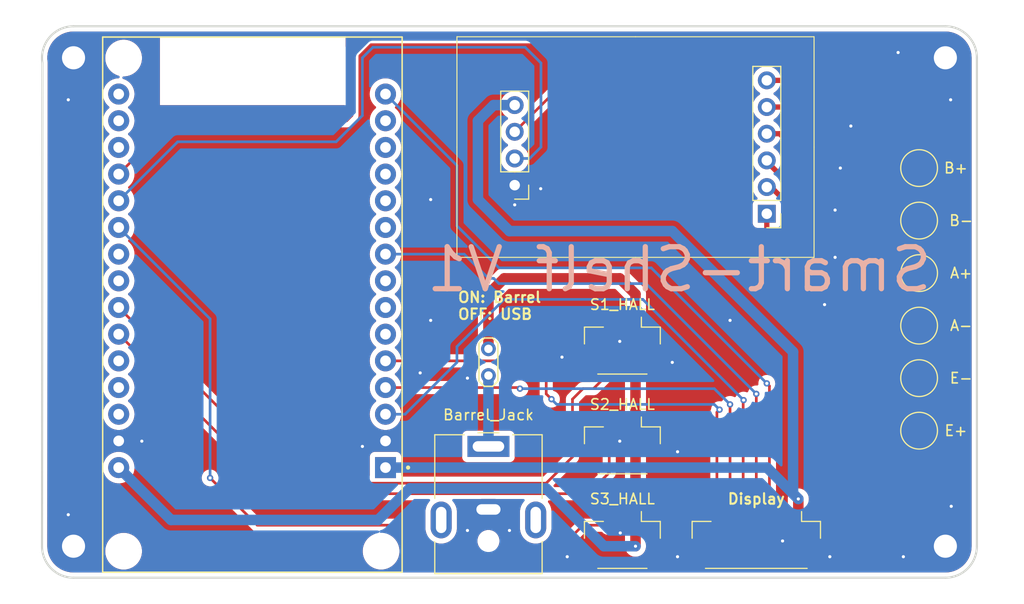
<source format=kicad_pcb>
(kicad_pcb (version 20240108) (generator "pcbnew") (generator_version "8.0")
  (layers (0 "F.Cu" signal) (31 "B.Cu" signal) (34 "B.Paste" user) (35 "F.Paste" user) (36 "B.SilkS" user "B.Silkscreen") (37 "F.SilkS" user "F.Silkscreen") (38 "B.Mask" user) (39 "F.Mask" user) (44 "Edge.Cuts" user))
  (net 0 "")
  (net 1 "GND")
  (net 2 "Net-(U1-E+)")
  (net 3 "Net-(U1-E-)")
  (net 4 "Net-(U1-A-)")
  (net 5 "Net-(U1-A+)")
  (net 6 "Net-(U1-B+)")
  (net 7 "Net-(U1-B-)")
  (net 8 "+5V")
  (net 9 "/OLED_RST")
  (net 10 "/OLED_DIN{slash}SDA")
  (net 12 "/OLED_CS")
  (net 13 "Net-(JP1-A)")
  (net 14 "+3V3")
  (net 21 "Net-(U1-DT)")
  (net 25 "Net-(U1-SCK)")
  (net 32 "/S1_HALL")
  (net 33 "/S2_HALL")
  (net 34 "/S3_HALL")
  (net 35 "/OLED_DC")
  (net 36 "/OLED_CLK")
  (footprint "TestPoint:TestPoint_Pad_D3.0mm" (layer "F.Cu") (at 157.5 39.5)
    (property "Reference" "H9" (hide yes))
    (property "Value" "B+" (at 3.5 0 0) (layer "F.SilkS"))
    (fp_circle (center 0 0) (end 0 1.75) (stroke (width 0.12)) (fill none) (layer "F.SilkS"))
    (pad "1" smd circle (at 0 0) (size 3 3) (layers "F.Cu" "F.Mask") (net 6 "Net-(U1-B+)"))
  )
  (footprint "TestPoint:TestPoint_Pad_D3.0mm" (layer "F.Cu") (at 157.5 64.5)
    (property "Reference" "H5" (hide yes))
    (property "Value" "E+" (at 3.5 0 0) (layer "F.SilkS"))
    (fp_circle (center 0 0) (end 0 1.75) (stroke (width 0.12)) (fill none) (layer "F.SilkS"))
    (pad "1" smd circle (at 0 0) (size 3 3) (layers "F.Cu" "F.Mask") (net 2 "Net-(U1-E+)"))
  )
  (footprint "TestPoint:TestPoint_Pad_D3.0mm" (layer "F.Cu") (at 157.5 54.5)
    (property "Reference" "H7" (hide yes))
    (property "Value" "A-" (at 4 0 0) (layer "F.SilkS"))
    (fp_circle (center 0 0) (end 0 1.75) (stroke (width 0.12)) (fill none) (layer "F.SilkS"))
    (pad "1" smd circle (at 0 0) (size 3 3) (layers "F.Cu" "F.Mask") (net 4 "Net-(U1-A-)"))
  )
  (footprint "MountingHole:MountingHole_2.2mm_M2_DIN965_Pad" (layer "F.Cu") (at 160 75.5)
    (property "Reference" "H4" (hide yes))
    (property "Value" "MountingHole_Pad" (hide yes))
    (pad "1" thru_hole circle (at 0 0) (size 3.8 3.8) (drill 2.2) (layers "*.Cu" "*.Mask") (net 1 "GND"))
  )
  (footprint "TestPoint:TestPoint_Pad_D3.0mm" (layer "F.Cu") (at 157.5 44.5)
    (property "Reference" "H10" (hide yes))
    (property "Value" "B-" (at 4 0 0) (layer "F.SilkS"))
    (fp_circle (center 0 0) (end 0 1.75) (stroke (width 0.12)) (fill none) (layer "F.SilkS"))
    (pad "1" smd circle (at 0 0) (size 3 3) (layers "F.Cu" "F.Mask") (net 7 "Net-(U1-B-)"))
  )
  (footprint "TestPoint:TestPoint_Pad_D3.0mm" (layer "F.Cu") (at 157.5 49.5)
    (property "Reference" "H8" (hide yes))
    (property "Value" "A+" (at 4 0 0) (layer "F.SilkS"))
    (fp_circle (center 0 0) (end 0 1.75) (stroke (width 0.12)) (fill none) (layer "F.SilkS"))
    (pad "1" smd circle (at 0 0) (size 3 3) (layers "F.Cu" "F.Mask") (net 5 "Net-(U1-A+)"))
  )
  (footprint "Connector_JST:JST_GH_BM03B-GHS-TBT_1x03-1MP_P1.25mm_Vertical" (layer "F.Cu") (at 129.25 66 180)
    (property "Reference" "J5" (hide yes))
    (property "Value" "S2_HALL" (at 0 4 0) (layer "F.SilkS"))
    (fp_line (start 3.61 1.86) (end 1.81 1.86) (stroke (width 0.12)) (layer "F.SilkS"))
    (fp_line (start 3.61 0.26) (end 3.61 1.86) (stroke (width 0.12)) (layer "F.SilkS"))
    (fp_line (start -1.81 1.86) (end -1.81 2.8) (stroke (width 0.12)) (layer "F.SilkS"))
    (fp_line (start -2.34 -2.61) (end 2.34 -2.61) (stroke (width 0.12)) (layer "F.SilkS"))
    (fp_line (start -3.61 1.86) (end -1.81 1.86) (stroke (width 0.12)) (layer "F.SilkS"))
    (fp_line (start -3.61 0.26) (end -3.61 1.86) (stroke (width 0.12)) (layer "F.SilkS"))
    (pad "1" smd roundrect (at -1.25 1.95 180) (size 0.6 1.7) (layers "F.Cu" "F.Paste" "F.Mask") (net 8 "+5V"))
    (pad "2" smd roundrect (at 0 1.95 180) (size 0.6 1.7) (layers "F.Cu" "F.Paste" "F.Mask") (net 1 "GND"))
    (pad "3" smd roundrect (at 1.25 1.95 180) (size 0.6 1.7) (layers "F.Cu" "F.Paste" "F.Mask") (net 33 "/S2_HALL"))
    (pad "MP" smd roundrect (at -3.1 -1.4 180) (size 1 2.8) (layers "F.Cu" "F.Paste" "F.Mask") (net 1 "GND"))
    (pad "MP" smd roundrect (at 3.1 -1.4 180) (size 1 2.8) (layers "F.Cu" "F.Paste" "F.Mask") (net 1 "GND"))
  )
  (footprint "Connector_BarrelJack:BarrelJack_CUI_PJ-063AH_Horizontal" (layer "F.Cu") (at 116.5 66)
    (property "Reference" "J3" (hide yes))
    (property "Value" "Barrel_Jack" (at 0 -3 0) (layer "F.SilkS"))
    (fp_line (start -5.11 -1.11) (end -2.3 -1.11) (stroke (width 0.12)) (layer "F.SilkS"))
    (fp_line (start -5.11 4.95) (end -5.11 -1.11) (stroke (width 0.12)) (layer "F.SilkS"))
    (fp_line (start -5.11 12.11) (end -5.11 9.05) (stroke (width 0.12)) (layer "F.SilkS"))
    (fp_line (start -1 -1.3) (end 1 -1.3) (stroke (width 0.12)) (layer "F.SilkS"))
    (fp_line (start 2.3 -1.11) (end 5.11 -1.11) (stroke (width 0.12)) (layer "F.SilkS"))
    (fp_line (start 5.11 -1.11) (end 5.11 4.95) (stroke (width 0.12)) (layer "F.SilkS"))
    (fp_line (start 5.11 9.05) (end 5.11 12.11) (stroke (width 0.12)) (layer "F.SilkS"))
    (fp_line (start 5.11 12.11) (end -5.11 12.11) (stroke (width 0.12)) (layer "F.SilkS"))
    (pad "" np_thru_hole circle (at 0 9) (size 1.6 1.6) (drill 1.6) (layers "*.Cu" "*.Mask"))
    (pad "1" thru_hole rect (at 0 0) (size 4 2) (drill oval 3 1) (layers "*.Cu" "*.Mask") (net 13 "Net-(JP1-A)"))
    (pad "2" thru_hole oval (at 0 6) (size 3.3 2) (drill oval 2.3 1) (layers "*.Cu" "*.Mask") (net 1 "GND"))
    (pad "MP" thru_hole oval (at -4.5 7) (size 2 3.5) (drill oval 1 2.5) (layers "*.Cu" "*.Mask"))
    (pad "MP" thru_hole oval (at 4.5 7) (size 2 3.5) (drill oval 1 2.5) (layers "*.Cu" "*.Mask"))
  )
  (footprint "Connector_JST:JST_GH_BM03B-GHS-TBT_1x03-1MP_P1.25mm_Vertical" (layer "F.Cu") (at 129.25 56.5 180)
    (property "Reference" "J4" (hide yes))
    (property "Value" "S1_HALL" (at 0 4 0) (layer "F.SilkS"))
    (fp_line (start 3.61 1.86) (end 1.81 1.86) (stroke (width 0.12)) (layer "F.SilkS"))
    (fp_line (start 3.61 0.26) (end 3.61 1.86) (stroke (width 0.12)) (layer "F.SilkS"))
    (fp_line (start -1.81 1.86) (end -1.81 2.8) (stroke (width 0.12)) (layer "F.SilkS"))
    (fp_line (start -2.34 -2.61) (end 2.34 -2.61) (stroke (width 0.12)) (layer "F.SilkS"))
    (fp_line (start -3.61 1.86) (end -1.81 1.86) (stroke (width 0.12)) (layer "F.SilkS"))
    (fp_line (start -3.61 0.26) (end -3.61 1.86) (stroke (width 0.12)) (layer "F.SilkS"))
    (pad "1" smd roundrect (at -1.25 1.95 180) (size 0.6 1.7) (layers "F.Cu" "F.Paste" "F.Mask") (net 8 "+5V"))
    (pad "2" smd roundrect (at 0 1.95 180) (size 0.6 1.7) (layers "F.Cu" "F.Paste" "F.Mask") (net 1 "GND"))
    (pad "3" smd roundrect (at 1.25 1.95 180) (size 0.6 1.7) (layers "F.Cu" "F.Paste" "F.Mask") (net 32 "/S1_HALL"))
    (pad "MP" smd roundrect (at -3.1 -1.4 180) (size 1 2.8) (layers "F.Cu" "F.Paste" "F.Mask") (net 1 "GND"))
    (pad "MP" smd roundrect (at 3.1 -1.4 180) (size 1 2.8) (layers "F.Cu" "F.Paste" "F.Mask") (net 1 "GND"))
  )
  (footprint "TestPoint:TestPoint_2Pads_Pitch2.54mm_Drill0.8mm" (layer "F.Cu") (at 116.5 59.25 90)
    (property "Reference" "JP1" (hide yes))
    (property "Value" "PWR_SEL" (hide yes))
    (fp_line (start 3.07 -0.9) (end 3.57 -0.4) (stroke (width 0.15)) (layer "F.SilkS"))
    (fp_line (start -0.53 -0.9) (end 3.07 -0.9) (stroke (width 0.15)) (layer "F.SilkS"))
    (fp_line (start 3.57 -0.4) (end 3.57 0.4) (stroke (width 0.15)) (layer "F.SilkS"))
    (fp_line (start -1.03 -0.4) (end -0.53 -0.9) (stroke (width 0.15)) (layer "F.SilkS"))
    (fp_line (start 3.57 0.4) (end 3.07 0.9) (stroke (width 0.15)) (layer "F.SilkS"))
    (fp_line (start -1.03 0.4) (end -1.03 -0.4) (stroke (width 0.15)) (layer "F.SilkS"))
    (fp_line (start 3.07 0.9) (end -0.53 0.9) (stroke (width 0.15)) (layer "F.SilkS"))
    (fp_line (start -0.53 0.9) (end -1.03 0.4) (stroke (width 0.15)) (layer "F.SilkS"))
    (pad "1" thru_hole circle (at 0 0 90) (size 1.4 1.4) (drill 0.8) (layers "*.Cu" "*.Mask") (net 13 "Net-(JP1-A)"))
    (pad "2" thru_hole circle (at 2.54 0 90) (size 1.4 1.4) (drill 0.8) (layers "*.Cu" "*.Mask") (net 8 "+5V"))
  )
  (footprint "MountingHole:MountingHole_2.2mm_M2_DIN965_Pad" (layer "F.Cu") (at 77 29)
    (property "Reference" "H2" (hide yes))
    (property "Value" "MountingHole_Pad" (hide yes))
    (pad "1" thru_hole circle (at 0 0) (size 3.8 3.8) (drill 2.2) (layers "*.Cu" "*.Mask") (net 1 "GND"))
  )
  (footprint "Connector_JST:JST_GH_BM07B-GHS-TBT_1x07-1MP_P1.25mm_Vertical" (layer "F.Cu") (at 142 75 180)
    (property "Reference" "J1" (hide yes))
    (property "Value" "Display" (at 0 4 180) (layer "F.SilkS") (effects (font (thickness 0.2) (bold yes))))
    (fp_line (start 6.11 1.86) (end 4.31 1.86) (stroke (width 0.12)) (layer "F.SilkS"))
    (fp_line (start 6.11 0.26) (end 6.11 1.86) (stroke (width 0.12)) (layer "F.SilkS"))
    (fp_line (start -4.31 1.86) (end -4.31 2.8) (stroke (width 0.12)) (layer "F.SilkS"))
    (fp_line (start -4.84 -2.61) (end 4.84 -2.61) (stroke (width 0.12)) (layer "F.SilkS"))
    (fp_line (start -6.11 1.86) (end -4.31 1.86) (stroke (width 0.12)) (layer "F.SilkS"))
    (fp_line (start -6.11 0.26) (end -6.11 1.86) (stroke (width 0.12)) (layer "F.SilkS"))
    (pad "1" smd roundrect (at -3.75 1.95 180) (size 0.6 1.7) (layers "F.Cu" "F.Paste" "F.Mask") (net 14 "+3V3"))
    (pad "2" smd roundrect (at -2.5 1.95 180) (size 0.6 1.7) (layers "F.Cu" "F.Paste" "F.Mask") (net 1 "GND"))
    (pad "3" smd roundrect (at -1.25 1.95 180) (size 0.6 1.7) (layers "F.Cu" "F.Paste" "F.Mask") (net 10 "/OLED_DIN{slash}SDA"))
    (pad "4" smd roundrect (at 0 1.95 180) (size 0.6 1.7) (layers "F.Cu" "F.Paste" "F.Mask") (net 36 "/OLED_CLK"))
    (pad "5" smd roundrect (at 1.25 1.95 180) (size 0.6 1.7) (layers "F.Cu" "F.Paste" "F.Mask") (net 12 "/OLED_CS"))
    (pad "6" smd roundrect (at 2.5 1.95 180) (size 0.6 1.7) (layers "F.Cu" "F.Paste" "F.Mask") (net 35 "/OLED_DC"))
    (pad "7" smd roundrect (at 3.75 1.95 180) (size 0.6 1.7) (layers "F.Cu" "F.Paste" "F.Mask") (net 9 "/OLED_RST"))
    (pad "MP" smd roundrect (at -5.6 -1.4 180) (size 1 2.8) (layers "F.Cu" "F.Paste" "F.Mask") (net 1 "GND"))
    (pad "MP" smd roundrect (at 5.6 -1.4 180) (size 1 2.8) (layers "F.Cu" "F.Paste" "F.Mask") (net 1 "GND"))
  )
  (footprint "Connector_JST:JST_GH_BM03B-GHS-TBT_1x03-1MP_P1.25mm_Vertical" (layer "F.Cu") (at 129.25 75 180)
    (property "Reference" "J6" (hide yes))
    (property "Value" "S3_HALL" (at 0 4 0) (layer "F.SilkS"))
    (fp_line (start 3.61 1.86) (end 1.81 1.86) (stroke (width 0.12)) (layer "F.SilkS"))
    (fp_line (start 3.61 0.26) (end 3.61 1.86) (stroke (width 0.12)) (layer "F.SilkS"))
    (fp_line (start -1.81 1.86) (end -1.81 2.8) (stroke (width 0.12)) (layer "F.SilkS"))
    (fp_line (start -2.34 -2.61) (end 2.34 -2.61) (stroke (width 0.12)) (layer "F.SilkS"))
    (fp_line (start -3.61 1.86) (end -1.81 1.86) (stroke (width 0.12)) (layer "F.SilkS"))
    (fp_line (start -3.61 0.26) (end -3.61 1.86) (stroke (width 0.12)) (layer "F.SilkS"))
    (pad "1" smd roundrect (at -1.25 1.95 180) (size 0.6 1.7) (layers "F.Cu" "F.Paste" "F.Mask") (net 8 "+5V"))
    (pad "2" smd roundrect (at 0 1.95 180) (size 0.6 1.7) (layers "F.Cu" "F.Paste" "F.Mask") (net 1 "GND"))
    (pad "3" smd roundrect (at 1.25 1.95 180) (size 0.6 1.7) (layers "F.Cu" "F.Paste" "F.Mask") (net 34 "/S3_HALL"))
    (pad "MP" smd roundrect (at -3.1 -1.4 180) (size 1 2.8) (layers "F.Cu" "F.Paste" "F.Mask") (net 1 "GND"))
    (pad "MP" smd roundrect (at 3.1 -1.4 180) (size 1 2.8) (layers "F.Cu" "F.Paste" "F.Mask") (net 1 "GND"))
  )
  (footprint "MountingHole:MountingHole_2.2mm_M2_DIN965_Pad" (layer "F.Cu") (at 160 29)
    (property "Reference" "H3" (hide yes))
    (property "Value" "MountingHole_Pad" (hide yes))
    (pad "1" thru_hole circle (at 0 0) (size 3.8 3.8) (drill 2.2) (layers "*.Cu" "*.Mask") (net 1 "GND"))
  )
  (footprint "TestPoint:TestPoint_Pad_D3.0mm" (layer "F.Cu") (at 157.5 59.5)
    (property "Reference" "H6" (hide yes))
    (property "Value" "E-" (at 4 0 0) (layer "F.SilkS"))
    (fp_circle (center 0 0) (end 0 1.75) (stroke (width 0.12)) (fill none) (layer "F.SilkS"))
    (pad "1" smd circle (at 0 0) (size 3 3) (layers "F.Cu" "F.Mask") (net 3 "Net-(U1-E-)"))
  )
  (footprint "MountingHole:MountingHole_2.2mm_M2_DIN965_Pad" (layer "F.Cu") (at 77 75.5)
    (property "Reference" "H1" (hide yes))
    (property "Value" "MountingHole_Pad" (hide yes))
    (pad "1" thru_hole circle (at 0 0) (size 3.8 3.8) (drill 2.2) (layers "*.Cu" "*.Mask") (net 1 "GND"))
  )
  (footprint "Footprint:HX711Dev" (layer "F.Cu") (at 130.5 37.5)
    (property "Reference" "U1" (hide yes))
    (property "Value" "~" (hide yes))
    (fp_line (start -17 -10.5) (end -17 0) (stroke (width 0.1)) (layer "F.SilkS"))
    (fp_line (start -17 10.5) (end -17 0) (stroke (width 0.1)) (layer "F.SilkS"))
    (fp_line (start -12.83 2.3575) (end -12.83 -5.3225) (stroke (width 0.12)) (layer "F.SilkS"))
    (fp_line (start -10.17 -5.3225) (end -12.83 -5.3225) (stroke (width 0.12)) (layer "F.SilkS"))
    (fp_line (start -10.17 2.3575) (end -12.83 2.3575) (stroke (width 0.12)) (layer "F.SilkS"))
    (fp_line (start -10.17 2.3575) (end -10.17 -5.3225) (stroke (width 0.12)) (layer "F.SilkS"))
    (fp_line (start -10.17 3.6275) (end -10.17 4.9575) (stroke (width 0.12)) (layer "F.SilkS"))
    (fp_line (start -10.17 4.9575) (end -11.5 4.9575) (stroke (width 0.12)) (layer "F.SilkS"))
    (fp_line (start 0 -10.5) (end -17 -10.5) (stroke (width 0.1)) (layer "F.SilkS"))
    (fp_line (start 0 -10.5) (end 17 -10.5) (stroke (width 0.1)) (layer "F.SilkS"))
    (fp_line (start 0 10.5) (end -17 10.5) (stroke (width 0.1)) (layer "F.SilkS"))
    (fp_line (start 11.17 5.08) (end 11.17 -7.68) (stroke (width 0.12)) (layer "F.SilkS"))
    (fp_line (start 13.83 -7.68) (end 11.17 -7.68) (stroke (width 0.12)) (layer "F.SilkS"))
    (fp_line (start 13.83 5.08) (end 11.17 5.08) (stroke (width 0.12)) (layer "F.SilkS"))
    (fp_line (start 13.83 5.08) (end 13.83 -7.68) (stroke (width 0.12)) (layer "F.SilkS"))
    (fp_line (start 13.83 6.35) (end 13.83 7.68) (stroke (width 0.12)) (layer "F.SilkS"))
    (fp_line (start 13.83 7.68) (end 12.5 7.68) (stroke (width 0.12)) (layer "F.SilkS"))
    (fp_line (start 17 -10.5) (end 17 0) (stroke (width 0.1)) (layer "F.SilkS"))
    (fp_line (start 17 0) (end 17 10.5) (stroke (width 0.1)) (layer "F.SilkS"))
    (fp_line (start 17 10.5) (end 0 10.5) (stroke (width 0.1)) (layer "F.SilkS"))
    (pad "1" thru_hole rect (at 12.5 6.35 180) (size 1.7 1.7) (drill 1) (layers "*.Cu" "*.Mask") (net 2 "Net-(U1-E+)"))
    (pad "2" thru_hole oval (at 12.5 3.81 180) (size 1.7 1.7) (drill 1) (layers "*.Cu" "*.Mask") (net 3 "Net-(U1-E-)"))
    (pad "3" thru_hole oval (at 12.5 1.27 180) (size 1.7 1.7) (drill 1) (layers "*.Cu" "*.Mask") (net 4 "Net-(U1-A-)"))
    (pad "4" thru_hole oval (at 12.5 -1.27 180) (size 1.7 1.7) (drill 1) (layers "*.Cu" "*.Mask") (net 5 "Net-(U1-A+)"))
    (pad "5" thru_hole oval (at 12.5 -3.81 180) (size 1.7 1.7) (drill 1) (layers "*.Cu" "*.Mask") (net 7 "Net-(U1-B-)"))
    (pad "6" thru_hole oval (at 12.5 -6.35 180) (size 1.7 1.7) (drill 1) (layers "*.Cu" "*.Mask") (net 6 "Net-(U1-B+)"))
    (pad "7" thru_hole rect (at -11.5 3.6275 180) (size 1.7 1.7) (drill 1) (layers "*.Cu" "*.Mask") (net 1 "GND"))
    (pad "8" thru_hole oval (at -11.5 1.0875 180) (size 1.7 1.7) (drill 1) (layers "*.Cu" "*.Mask") (net 21 "Net-(U1-DT)"))
    (pad "9" thru_hole oval (at -11.5 -1.4525 180) (size 1.7 1.7) (drill 1) (layers "*.Cu" "*.Mask") (net 25 "Net-(U1-SCK)"))
    (pad "10" thru_hole oval (at -11.5 -3.9925 180) (size 1.7 1.7) (drill 1) (layers "*.Cu" "*.Mask") (net 14 "+3V3"))
  )
  (footprint "Footprint:MODULE_ESP32_DEVKIT_V1" (layer "F.Cu") (at 94 52.5 180)
    (property "Reference" "U2" (hide yes))
    (property "Value" "ESP32-DEVKIT-V1")
    (fp_line (start 14.23 25.475) (end -14.28 25.475) (stroke (width 0.127)) (layer "F.SilkS"))
    (fp_line (start 14.23 -25.475) (end 14.23 25.475) (stroke (width 0.127)) (layer "F.SilkS"))
    (fp_line (start 14.23 -25.475) (end 14.23 25.475) (stroke (width 0.127)) (layer "F.SilkS"))
    (fp_line (start 8.78 25.475) (end 14.23 25.475) (stroke (width 0.127)) (layer "F.SilkS"))
    (fp_line (start 3.5 -25.475) (end 14.23 -25.475) (stroke (width 0.127)) (layer "F.SilkS"))
    (fp_line (start -3.211 -25.475) (end 3.5 -25.475) (stroke (width 0.127)) (layer "F.SilkS"))
    (fp_line (start -8.91 25.475) (end 8.78 25.475) (stroke (width 0.127)) (layer "F.SilkS"))
    (fp_line (start -14.28 25.475) (end -8.91 25.475) (stroke (width 0.127)) (layer "F.SilkS"))
    (fp_line (start -14.28 25.475) (end -14.28 -25.475) (stroke (width 0.127)) (layer "F.SilkS"))
    (fp_line (start -14.28 25.475) (end -14.28 -25.475) (stroke (width 0.127)) (layer "F.SilkS"))
    (fp_line (start -14.28 -25.475) (end 14.23 -25.475) (stroke (width 0.127)) (layer "F.SilkS"))
    (fp_line (start -14.28 -25.475) (end -3.211 -25.475) (stroke (width 0.127)) (layer "F.SilkS"))
    (fp_circle (center -14.85 -15.515) (end -14.75 -15.515) (stroke (width 0.2)) (fill none) (layer "F.SilkS"))
    (pad "" np_thru_hole circle (at -12.28 -23.475 180) (size 3 3) (drill 3) (layers "*.Cu" "*.Mask"))
    (pad "" np_thru_hole circle (at 12.23 -23.475 180) (size 3 3) (drill 3) (layers "*.Cu" "*.Mask"))
    (pad "" np_thru_hole circle (at 12.23 23.475 180) (size 3 3) (drill 3) (layers "*.Cu" "*.Mask"))
    (pad "1" thru_hole rect (at -12.7 -15.515 180) (size 2 2) (drill 1.02) (layers "*.Cu" "*.Mask") (net 14 "+3V3"))
    (pad "2" thru_hole circle (at -12.7 -12.975 180) (size 2 2) (drill 1.02) (layers "*.Cu" "*.Mask") (net 1 "GND"))
    (pad "3" thru_hole circle (at -12.7 -10.435 180) (size 2 2) (drill 1.02) (layers "*.Cu" "*.Mask") (net 12 "/OLED_CS"))
    (pad "4" thru_hole circle (at -12.7 -7.895 180) (size 2 2) (drill 1.02) (layers "*.Cu" "*.Mask") (net 35 "/OLED_DC"))
    (pad "5" thru_hole circle (at -12.7 -5.355 180) (size 2 2) (drill 1.02) (layers "*.Cu" "*.Mask") (net 9 "/OLED_RST"))
    (pad "6" thru_hole circle (at -12.7 -2.815 180) (size 2 2) (drill 1.02) (layers "*.Cu" "*.Mask"))
    (pad "7" thru_hole circle (at -12.7 -0.275 180) (size 2 2) (drill 1.02) (layers "*.Cu" "*.Mask"))
    (pad "8" thru_hole circle (at -12.7 2.265 180) (size 2 2) (drill 1.02) (layers "*.Cu" "*.Mask"))
    (pad "9" thru_hole circle (at -12.7 4.805 180) (size 2 2) (drill 1.02) (layers "*.Cu" "*.Mask") (net 36 "/OLED_CLK"))
    (pad "10" thru_hole circle (at -12.7 7.345 180) (size 2 2) (drill 1.02) (layers "*.Cu" "*.Mask"))
    (pad "11" thru_hole circle (at -12.7 9.885 180) (size 2 2) (drill 1.02) (layers "*.Cu" "*.Mask"))
    (pad "12" thru_hole circle (at -12.7 12.425 180) (size 2 2) (drill 1.02) (layers "*.Cu" "*.Mask"))
    (pad "13" thru_hole circle (at -12.7 14.965 180) (size 2 2) (drill 1.02) (layers "*.Cu" "*.Mask"))
    (pad "14" thru_hole circle (at -12.7 17.505 180) (size 2 2) (drill 1.02) (layers "*.Cu" "*.Mask"))
    (pad "15" thru_hole circle (at -12.7 20.045 180) (size 2 2) (drill 1.02) (layers "*.Cu" "*.Mask") (net 10 "/OLED_DIN{slash}SDA"))
    (pad "16" thru_hole circle (at 12.7 20.045 180) (size 2 2) (drill 1.02) (layers "*.Cu" "*.Mask"))
    (pad "17" thru_hole circle (at 12.7 17.505 180) (size 2 2) (drill 1.02) (layers "*.Cu" "*.Mask"))
    (pad "18" thru_hole circle (at 12.7 14.965 180) (size 2 2) (drill 1.02) (layers "*.Cu" "*.Mask"))
    (pad "19" thru_hole circle (at 12.7 12.425 180) (size 2 2) (drill 1.02) (layers "*.Cu" "*.Mask") (net 25 "Net-(U1-SCK)"))
    (pad "20" thru_hole circle (at 12.7 9.885 180) (size 2 2) (drill 1.02) (layers "*.Cu" "*.Mask") (net 21 "Net-(U1-DT)"))
    (pad "21" thru_hole circle (at 12.7 7.345 180) (size 2 2) (drill 1.02) (layers "*.Cu" "*.Mask") (net 34 "/S3_HALL"))
    (pad "22" thru_hole circle (at 12.7 4.805 180) (size 2 2) (drill 1.02) (layers "*.Cu" "*.Mask"))
    (pad "23" thru_hole circle (at 12.7 2.265 180) (size 2 2) (drill 1.02) (layers "*.Cu" "*.Mask"))
    (pad "24" thru_hole circle (at 12.7 -0.275 180) (size 2 2) (drill 1.02) (layers "*.Cu" "*.Mask") (net 32 "/S1_HALL"))
    (pad "25" thru_hole circle (at 12.7 -2.815 180) (size 2 2) (drill 1.02) (layers "*.Cu" "*.Mask") (net 33 "/S2_HALL"))
    (pad "26" thru_hole circle (at 12.7 -5.355 180) (size 2 2) (drill 1.02) (layers "*.Cu" "*.Mask"))
    (pad "27" thru_hole circle (at 12.7 -7.895 180) (size 2 2) (drill 1.02) (layers "*.Cu" "*.Mask"))
    (pad "28" thru_hole circle (at 12.7 -10.435 180) (size 2 2) (drill 1.02) (layers "*.Cu" "*.Mask"))
    (pad "29" thru_hole circle (at 12.7 -12.975 180) (size 2 2) (drill 1.02) (layers "*.Cu" "*.Mask") (net 1 "GND"))
    (pad "30" thru_hole circle (at 12.7 -15.515 180) (size 2 2) (drill 1.02) (layers "*.Cu" "*.Mask") (net 8 "+5V"))
    (zone (net 0) (net_name "") (layer "F.Cu") (connect_pads (clearance 0)) (min_thickness 0.01)
      (keepout (tracks not_allowed) (vias not_allowed) (pads not_allowed) (copperpour not_allowed) (footprints allowed))
      (fill (thermal_gap 0.508) (thermal_bridge_width 0.508))
      (polygon (pts (xy 102.91 33.515) (xy 85.22 33.515) (xy 85.22 27.025) (xy 102.91 27.025)))
    )
    (zone (net 0) (net_name "") (layer "B.Cu") (connect_pads (clearance 0)) (min_thickness 0.01)
      (keepout (tracks not_allowed) (vias not_allowed) (pads not_allowed) (copperpour not_allowed) (footprints allowed))
      (fill (thermal_gap 0.508) (thermal_bridge_width 0.508))
      (polygon (pts (xy 102.91 33.515) (xy 85.22 33.515) (xy 85.22 27.025) (xy 102.91 27.025)))
    )
  )
  (gr_arc (start 160 26) (mid 162.12132 26.87868) (end 163 29) (stroke (width 0.2)) (layer "Edge.Cuts"))
  (gr_line (start 77 78.5) (end 160 78.5) (stroke (width 0.2)) (layer "Edge.Cuts"))
  (gr_line (start 163 29) (end 163 75.5) (stroke (width 0.2)) (layer "Edge.Cuts"))
  (gr_line (start 160 26) (end 77 26) (stroke (width 0.2)) (layer "Edge.Cuts"))
  (gr_line (start 74.040818 29.493197) (end 74 75.5) (stroke (width 0.2)) (layer "Edge.Cuts"))
  (gr_arc (start 77 78.5) (mid 74.87868 77.62132) (end 74 75.5) (stroke (width 0.2)) (layer "Edge.Cuts"))
  (gr_arc (start 163 75.5) (mid 162.12132 77.62132) (end 160 78.5) (stroke (width 0.2)) (layer "Edge.Cuts"))
  (gr_arc (start 74.040818 29.493197) (mid 74.71094 27.060875) (end 77 26) (stroke (width 0.2)) (layer "Edge.Cuts"))
  (gr_text "Smart-Shelf V1" (at 159 51.5 0) (layer "B.SilkS") (effects (font (size 4 4) (thickness 0.5)) (justify left bottom mirror)))
  (gr_text "ON: Barrel\nOFF: USB" (at 113.5 54 0) (layer "F.SilkS") (effects (font (size 1 1) (thickness 0.2) (bold yes)) (justify left bottom)))
  (via (at 160.557717 71.700569) (size 0.6) (drill 0.3) (layers "F.Cu" "B.Cu") (net 1))
  (via (at 134 58) (size 0.6) (drill 0.3) (layers "F.Cu" "B.Cu") (net 1))
  (via (at 110 59) (size 0.6) (drill 0.3) (layers "F.Cu" "B.Cu") (net 1))
  (via (at 76.5 72.5) (size 0.6) (drill 0.3) (layers "F.Cu" "B.Cu") (net 1))
  (via (at 83.5 65.5) (size 0.6) (drill 0.3) (layers "F.Cu" "B.Cu") (net 1))
  (via (at 118.5 74) (size 0.6) (drill 0.3) (layers "F.Cu" "B.Cu") (net 1))
  (via (at 149.5 48) (size 0.6) (drill 0.3) (layers "F.Cu" "B.Cu") (net 1))
  (via (at 129 65.5) (size 0.6) (drill 0.3) (layers "F.Cu" "B.Cu") (net 1))
  (via (at 156 76.5) (size 0.6) (drill 0.3) (layers "F.Cu" "B.Cu") (net 1))
  (via (at 139.5 54) (size 0.6) (drill 0.3) (layers "F.Cu" "B.Cu") (net 1))
  (via (at 119 43) (size 0.6) (drill 0.3) (layers "F.Cu" "B.Cu") (net 1))
  (via (at 104.5 66) (size 0.6) (drill 0.3) (layers "F.Cu" "B.Cu") (net 1))
  (via (at 124 76.5) (size 0.6) (drill 0.3) (layers "F.Cu" "B.Cu") (net 1))
  (via (at 134.504033 66.507224) (size 0.6) (drill 0.3) (layers "F.Cu" "B.Cu") (net 1))
  (via (at 151 35.5) (size 0.6) (drill 0.3) (layers "F.Cu" "B.Cu") (net 1))
  (via (at 149 76.5) (size 0.6) (drill 0.3) (layers "F.Cu" "B.Cu") (net 1))
  (via (at 144.5 75) (size 0.6) (drill 0.3) (layers "F.Cu" "B.Cu") (net 1))
  (via (at 148.5 52.5) (size 0.6) (drill 0.3) (layers "F.Cu" "B.Cu") (net 1))
  (via (at 134.5 76.5) (size 0.6) (drill 0.3) (layers "F.Cu" "B.Cu") (net 1))
  (via (at 155.5 28.5) (size 0.6) (drill 0.3) (layers "F.Cu" "B.Cu") (net 1))
  (via (at 76.5 33) (size 0.6) (drill 0.3) (layers "F.Cu" "B.Cu") (net 1))
  (via (at 114.5 59.5) (size 0.6) (drill 0.3) (layers "F.Cu" "B.Cu") (net 1))
  (via (at 123.5 57.5) (size 0.6) (drill 0.3) (layers "F.Cu" "B.Cu") (net 1))
  (via (at 160.5 33) (size 0.6) (drill 0.3) (layers "F.Cu" "B.Cu") (net 1))
  (via (at 114.5 74) (size 0.6) (drill 0.3) (layers "F.Cu" "B.Cu") (net 1))
  (via (at 129.048952 74.236869) (size 0.6) (drill 0.3) (layers "F.Cu" "B.Cu") (net 1))
  (via (at 111 54) (size 0.6) (drill 0.3) (layers "F.Cu" "B.Cu") (net 1))
  (via (at 149.5 43.5) (size 0.6) (drill 0.3) (layers "F.Cu" "B.Cu") (net 1))
  (via (at 129 56) (size 0.6) (drill 0.3) (layers "F.Cu" "B.Cu") (net 1))
  (via (at 150 39.5) (size 0.6) (drill 0.3) (layers "F.Cu" "B.Cu") (net 1))
  (via (at 111 42.5) (size 0.6) (drill 0.3) (layers "F.Cu" "B.Cu") (net 1))
  (via (at 121.474319 41.464801) (size 0.6) (drill 0.3) (layers "F.Cu" "B.Cu") (net 1))
  (segment (start 157.5 64.5) (end 143 50) (width 0.5) (layer "F.Cu") (net 2))
  (segment (start 143 50) (end 143 43.85) (width 0.5) (layer "F.Cu") (net 2))
  (segment (start 145 47) (end 145 42.905) (width 0.5) (layer "F.Cu") (net 3))
  (segment (start 143.405 41.31) (end 143 41.31) (width 0.5) (layer "F.Cu") (net 3))
  (segment (start 157.5 59.5) (end 145 47) (width 0.5) (layer "F.Cu") (net 3))
  (segment (start 145 42.905) (end 143.405 41.31) (width 0.5) (layer "F.Cu") (net 3))
  (segment (start 157.5 54.5) (end 157.5 53.385) (width 0.5) (layer "F.Cu") (net 4))
  (segment (start 143 38.885) (end 143 38.77) (width 0.5) (layer "F.Cu") (net 4))
  (segment (start 157.5 53.385) (end 143 38.885) (width 0.5) (layer "F.Cu") (net 4))
  (segment (start 157.5 49.5) (end 144.23 36.23) (width 0.5) (layer "F.Cu") (net 5))
  (segment (start 144.23 36.23) (end 143 36.23) (width 0.5) (layer "F.Cu") (net 5))
  (segment (start 149.15 31.15) (end 143 31.15) (width 0.5) (layer "F.Cu") (net 6))
  (segment (start 157.5 39.5) (end 149.15 31.15) (width 0.5) (layer "F.Cu") (net 6))
  (segment (start 146.69 33.69) (end 143 33.69) (width 0.5) (layer "F.Cu") (net 7))
  (segment (start 157.5 44.5) (end 146.69 33.69) (width 0.5) (layer "F.Cu") (net 7))
  (segment (start 130.5 51.5) (end 129 50) (width 1) (layer "F.Cu") (net 8))
  (segment (start 118 50) (end 116.5 51.5) (width 1) (layer "F.Cu") (net 8))
  (segment (start 130.5 54.55) (end 130.5 51.5) (width 1) (layer "F.Cu") (net 8))
  (segment (start 129 50) (end 118 50) (width 1) (layer "F.Cu") (net 8))
  (segment (start 130.5 73.05) (end 130.5 64.05) (width 1) (layer "F.Cu") (net 8))
  (segment (start 130.5 75.5) (end 130.5 73.05) (width 1) (layer "F.Cu") (net 8))
  (segment (start 130.5 64.05) (end 130.5 54.55) (width 1) (layer "F.Cu") (net 8))
  (segment (start 116.5 51.5) (end 116.5 56.71) (width 1) (layer "F.Cu") (net 8))
  (via (at 130.5 75.5) (size 0.6) (drill 0.3) (layers "F.Cu" "B.Cu") (net 8))
  (segment (start 106 73) (end 86.285 73) (width 1) (layer "B.Cu") (net 8))
  (segment (start 86.285 73) (end 81.3 68.015) (width 1) (layer "B.Cu") (net 8))
  (segment (start 109 70) (end 106 73) (width 1) (layer "B.Cu") (net 8))
  (segment (start 130.5 75.5) (end 127.5 75.5) (width 1) (layer "B.Cu") (net 8))
  (segment (start 127.5 75.5) (end 122 70) (width 1) (layer "B.Cu") (net 8))
  (segment (start 122 70) (end 109 70) (width 1) (layer "B.Cu") (net 8))
  (segment (start 106.7 57.855) (end 120.355 57.855) (width 0.254) (layer "F.Cu") (net 9))
  (segment (start 120.355 57.855) (end 122 59.5) (width 0.254) (layer "F.Cu") (net 9))
  (segment (start 138.5 62.5) (end 138.25 62.75) (width 0.254) (layer "F.Cu") (net 9))
  (segment (start 122 59.5) (end 122 61) (width 0.254) (layer "F.Cu") (net 9))
  (segment (start 138.25 62.75) (end 138.25 73.05) (width 0.254) (layer "F.Cu") (net 9))
  (segment (start 122 61) (end 122.5 61.5) (width 0.254) (layer "F.Cu") (net 9))
  (via (at 122.5 61.5) (size 0.6) (drill 0.3) (layers "F.Cu" "B.Cu") (net 9))
  (via (at 138.5 62.5) (size 0.6) (drill 0.3) (layers "F.Cu" "B.Cu") (net 9))
  (segment (start 123 62) (end 122.5 61.5) (width 0.254) (layer "B.Cu") (net 9))
  (segment (start 138 62) (end 123 62) (width 0.254) (layer "B.Cu") (net 9))
  (segment (start 138.5 62.5) (end 138 62) (width 0.254) (layer "B.Cu") (net 9))
  (segment (start 143.25 60.25) (end 143.25 73.05) (width 0.254) (layer "F.Cu") (net 10))
  (segment (start 143 60) (end 143.25 60.25) (width 0.254) (layer "F.Cu") (net 10))
  (via (at 143 60) (size 0.6) (drill 0.3) (layers "F.Cu" "B.Cu") (net 10))
  (segment (start 117.5 49) (end 113.5 45) (width 0.254) (layer "B.Cu") (net 10))
  (segment (start 132 49) (end 117.5 49) (width 0.254) (layer "B.Cu") (net 10))
  (segment (start 113.5 39.255) (end 106.7 32.455) (width 0.254) (layer "B.Cu") (net 10))
  (segment (start 113.5 45) (end 113.5 39.255) (width 0.254) (layer "B.Cu") (net 10))
  (segment (start 143 60) (end 132 49) (width 0.254) (layer "B.Cu") (net 10))
  (segment (start 140.787505 61.592188) (end 140.75 61.629693) (width 0.254) (layer "F.Cu") (net 12))
  (segment (start 140.75 61.629693) (end 140.75 73.05) (width 0.254) (layer "F.Cu") (net 12))
  (via (at 140.787505 61.592188) (size 0.6) (drill 0.3) (layers "F.Cu" "B.Cu") (net 12))
  (segment (start 113.5 56.5) (end 113.5 58) (width 0.254) (layer "B.Cu") (net 12))
  (segment (start 140.787505 61.592188) (end 131.195317 52) (width 0.254) (layer "B.Cu") (net 12))
  (segment (start 113.5 58) (end 108.565 62.935) (width 0.254) (layer "B.Cu") (net 12))
  (segment (start 131.195317 52) (end 118 52) (width 0.254) (layer "B.Cu") (net 12))
  (segment (start 108.565 62.935) (end 106.7 62.935) (width 0.254) (layer "B.Cu") (net 12))
  (segment (start 118 52) (end 113.5 56.5) (width 0.254) (layer "B.Cu") (net 12))
  (segment (start 116.5 66) (end 116.5 59.25) (width 1) (layer "B.Cu") (net 13))
  (segment (start 146 72.8) (end 145.75 73.05) (width 1) (layer "F.Cu") (net 14))
  (segment (start 146 71) (end 146 72.8) (width 1) (layer "F.Cu") (net 14))
  (via (at 146 71) (size 0.6) (drill 0.3) (layers "F.Cu" "B.Cu") (net 14))
  (segment (start 134 45.5) (end 145.5 57) (width 1) (layer "B.Cu") (net 14))
  (segment (start 106.7 68.015) (end 109.5 68.015) (width 1) (layer "B.Cu") (net 14))
  (segment (start 115.5 35) (end 115.5 42.5) (width 1) (layer "B.Cu") (net 14))
  (segment (start 119 33.5075) (end 116.9925 33.5075) (width 1) (layer "B.Cu") (net 14))
  (segment (start 145.5 57) (end 145.5 70.5) (width 1) (layer "B.Cu") (net 14))
  (segment (start 115.5 42.5) (end 118.5 45.5) (width 1) (layer "B.Cu") (net 14))
  (segment (start 145.5 70.5) (end 146 71) (width 1) (layer "B.Cu") (net 14))
  (segment (start 109.5 68.015) (end 143.015 68.015) (width 1) (layer "B.Cu") (net 14))
  (segment (start 143.015 68.015) (end 146 71) (width 1) (layer "B.Cu") (net 14))
  (segment (start 116.9925 33.5075) (end 115.5 35) (width 1) (layer "B.Cu") (net 14))
  (segment (start 118.5 45.5) (end 134 45.5) (width 1) (layer "B.Cu") (net 14))
  (segment (start 120 28) (end 121.5 29.5) (width 0.254) (layer "B.Cu") (net 21))
  (segment (start 105.5 28) (end 120 28) (width 0.254) (layer "B.Cu") (net 21))
  (segment (start 121.5 29.5) (end 121.5 37.5) (width 0.254) (layer "B.Cu") (net 21))
  (segment (start 104.5 29) (end 105.5 28) (width 0.254) (layer "B.Cu") (net 21))
  (segment (start 86.915 37) (end 102 37) (width 0.254) (layer "B.Cu") (net 21))
  (segment (start 121.5 37.5) (end 120.4125 38.5875) (width 0.254) (layer "B.Cu") (net 21))
  (segment (start 120.4125 38.5875) (end 119 38.5875) (width 0.254) (layer "B.Cu") (net 21))
  (segment (start 104.5 34.5) (end 104.5 29) (width 0.254) (layer "B.Cu") (net 21))
  (segment (start 102 37) (end 104.5 34.5) (width 0.254) (layer "B.Cu") (net 21))
  (segment (start 81.3 42.615) (end 86.915 37) (width 0.254) (layer "B.Cu") (net 21))
  (segment (start 103 35) (end 103.5 34.5) (width 0.254) (layer "F.Cu") (net 25))
  (segment (start 121.5 27) (end 123 28.5) (width 0.254) (layer "F.Cu") (net 25))
  (segment (start 81.3 40.075) (end 86.375 35) (width 0.254) (layer "F.Cu") (net 25))
  (segment (start 105 27) (end 121.5 27) (width 0.254) (layer "F.Cu") (net 25))
  (segment (start 123 28.5) (end 123 32.0475) (width 0.254) (layer "F.Cu") (net 25))
  (segment (start 86.375 35) (end 103 35) (width 0.254) (layer "F.Cu") (net 25))
  (segment (start 103.5 34.5) (end 103.5 28.5) (width 0.254) (layer "F.Cu") (net 25))
  (segment (start 103.5 28.5) (end 105 27) (width 0.254) (layer "F.Cu") (net 25))
  (segment (start 123 32.0475) (end 119 36.0475) (width 0.254) (layer "F.Cu") (net 25))
  (segment (start 81.3 52.775) (end 98.025 69.5) (width 0.254) (layer "F.Cu") (net 32))
  (segment (start 122 69.5) (end 124.5 67) (width 0.254) (layer "F.Cu") (net 32))
  (segment (start 98.025 69.5) (end 122 69.5) (width 0.254) (layer "F.Cu") (net 32))
  (segment (start 128 59) (end 128 54.55) (width 0.254) (layer "F.Cu") (net 32))
  (segment (start 124.5 61.5) (end 125.5 60.5) (width 0.254) (layer "F.Cu") (net 32))
  (segment (start 126.5 60.5) (end 128 59) (width 0.254) (layer "F.Cu") (net 32))
  (segment (start 124.5 67) (end 124.5 61.5) (width 0.254) (layer "F.Cu") (net 32))
  (segment (start 125.5 60.5) (end 126.5 60.5) (width 0.254) (layer "F.Cu") (net 32))
  (segment (start 81.3 55.315) (end 96.485 70.5) (width 0.254) (layer "F.Cu") (net 33))
  (segment (start 96.485 70.5) (end 126 70.5) (width 0.254) (layer "F.Cu") (net 33))
  (segment (start 128 68.5) (end 128 64.05) (width 0.254) (layer "F.Cu") (net 33))
  (segment (start 126 70.5) (end 128 68.5) (width 0.254) (layer "F.Cu") (net 33))
  (segment (start 127.55 73.5) (end 128 73.05) (width 0.254) (layer "F.Cu") (net 34))
  (segment (start 108.5 73.5) (end 111.5 76.5) (width 0.254) (layer "F.Cu") (net 34))
  (segment (start 125.5 73.5) (end 127.55 73.5) (width 0.254) (layer "F.Cu") (net 34))
  (segment (start 111.5 76.5) (end 122.5 76.5) (width 0.254) (layer "F.Cu") (net 34))
  (segment (start 122.5 76.5) (end 125.5 73.5) (width 0.254) (layer "F.Cu") (net 34))
  (segment (start 94.5 73.5) (end 108.5 73.5) (width 0.254) (layer "F.Cu") (net 34))
  (segment (start 90 69) (end 94.5 73.5) (width 0.254) (layer "F.Cu") (net 34))
  (via (at 90 69) (size 0.6) (drill 0.3) (layers "F.Cu" "B.Cu") (net 34))
  (segment (start 81.3 45.155) (end 90 53.855) (width 0.254) (layer "B.Cu") (net 34))
  (segment (start 90 53.855) (end 90 69) (width 0.254) (layer "B.Cu") (net 34))
  (segment (start 139.5 62) (end 139.5 73.05) (width 0.254) (layer "F.Cu") (net 35))
  (segment (start 119.395 60.395) (end 119.5 60.5) (width 0.254) (layer "F.Cu") (net 35))
  (segment (start 106.7 60.395) (end 119.395 60.395) (width 0.254) (layer "F.Cu") (net 35))
  (via (at 139.5 62) (size 0.6) (drill 0.3) (layers "F.Cu" "B.Cu") (net 35))
  (via (at 119.5 60.5) (size 0.6) (drill 0.3) (layers "F.Cu" "B.Cu") (net 35))
  (segment (start 138 60.5) (end 119.5 60.5) (width 0.254) (layer "B.Cu") (net 35))
  (segment (start 139.5 62) (end 138 60.5) (width 0.254) (layer "B.Cu") (net 35))
  (segment (start 142 61) (end 142 73.05) (width 0.254) (layer "F.Cu") (net 36))
  (via (at 142 61) (size 0.6) (drill 0.3) (layers "F.Cu" "B.Cu") (net 36))
  (segment (start 117.5 50.5) (end 117 50) (width 0.254) (layer "B.Cu") (net 36))
  (segment (start 117 50) (end 116.5 50) (width 0.254) (layer "B.Cu") (net 36))
  (segment (start 116.5 50) (end 114.195 47.695) (width 0.254) (layer "B.Cu") (net 36))
  (segment (start 142 61) (end 131.5 50.5) (width 0.254) (layer "B.Cu") (net 36))
  (segment (start 114.195 47.695) (end 106.7 47.695) (width 0.254) (layer "B.Cu") (net 36))
  (segment (start 131.5 50.5) (end 117.5 50.5) (width 0.254) (layer "B.Cu") (net 36))
  (zone (net 1) (net_name "GND") (layers "F&B.Cu") (connect_pads yes (clearance 0.5)) (min_thickness 0.25) (fill yes (thermal_gap 0.5) (thermal_bridge_width 0.5))
    (polygon (pts (xy 70 23.5) (xy 167.5 23.5) (xy 167.5 81) (xy 71.5 80)))
  )
)
</source>
